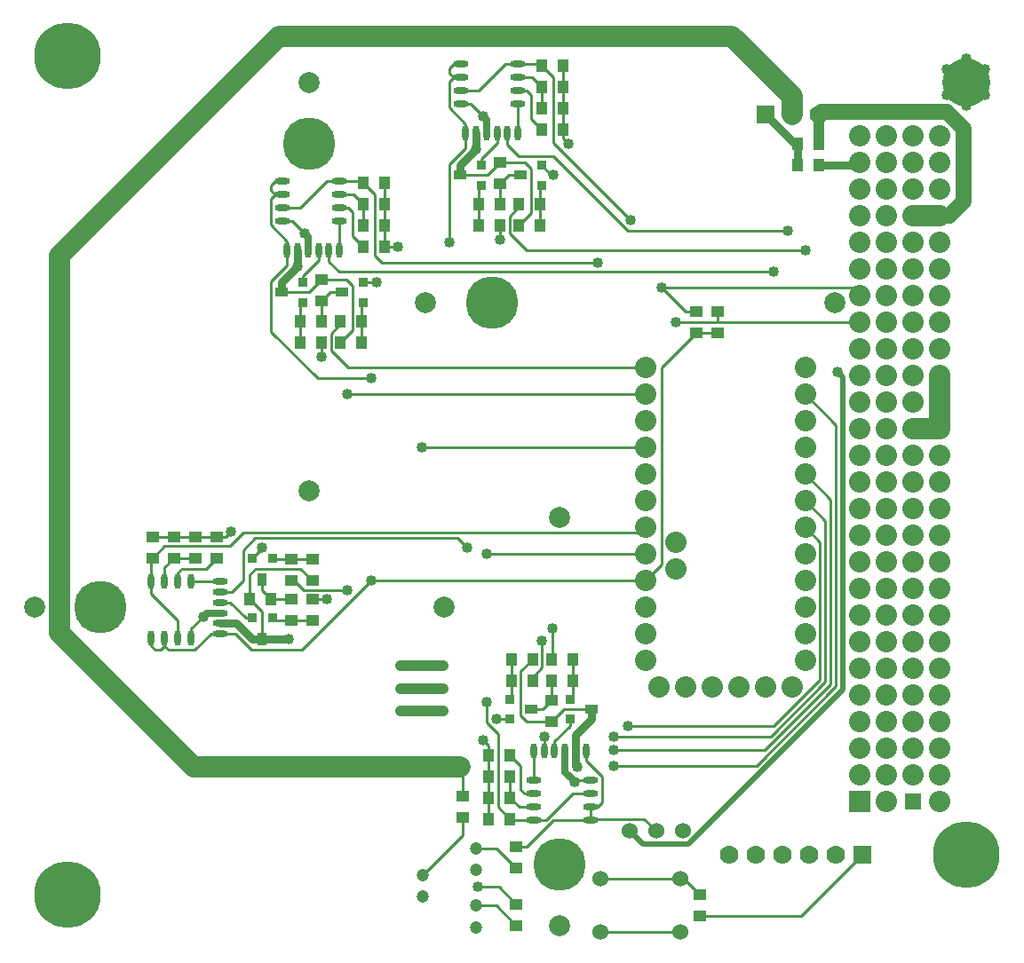
<source format=gtl>
G04 Layer_Physical_Order=1*
G04 Layer_Color=255*
%FSLAX25Y25*%
%MOIN*%
G70*
G01*
G75*
%ADD10R,0.05000X0.04000*%
%ADD11R,0.04000X0.05000*%
%ADD12R,0.03600X0.03600*%
%ADD13R,0.05000X0.03600*%
%ADD14O,0.05709X0.02362*%
%ADD15O,0.02362X0.05709*%
%ADD16R,0.03600X0.03600*%
%ADD17R,0.03600X0.05000*%
%ADD18C,0.01000*%
%ADD19C,0.03000*%
%ADD20C,0.02500*%
%ADD21C,0.02000*%
%ADD22C,0.08000*%
%ADD23C,0.04000*%
%ADD24C,0.06000*%
%ADD25C,0.06000*%
%ADD26C,0.07000*%
%ADD27R,0.07000X0.07000*%
%ADD28C,0.04724*%
%ADD29C,0.08000*%
%ADD30R,0.08000X0.08000*%
%ADD31R,0.06000X0.06000*%
%ADD32C,0.19685*%
%ADD33C,0.07874*%
%ADD34C,0.04000*%
%ADD35C,0.25000*%
%ADD36C,0.18000*%
D10*
X168500Y57000D02*
D03*
Y49000D02*
D03*
X188500Y38000D02*
D03*
Y30000D02*
D03*
Y16500D02*
D03*
Y8500D02*
D03*
X264000Y239000D02*
D03*
Y231000D02*
D03*
X256000Y239000D02*
D03*
Y231000D02*
D03*
X257500Y12000D02*
D03*
Y20000D02*
D03*
X201728Y85000D02*
D03*
Y93000D02*
D03*
X112000Y146000D02*
D03*
Y138000D02*
D03*
X104000D02*
D03*
Y146000D02*
D03*
Y131000D02*
D03*
Y123000D02*
D03*
X112000D02*
D03*
Y131000D02*
D03*
X76000Y146500D02*
D03*
Y154500D02*
D03*
X115500Y251000D02*
D03*
Y243000D02*
D03*
X182500Y295000D02*
D03*
Y287000D02*
D03*
X52000Y146500D02*
D03*
Y154500D02*
D03*
X68000Y146500D02*
D03*
Y154500D02*
D03*
X60000Y146500D02*
D03*
Y154500D02*
D03*
D11*
X302000Y294000D02*
D03*
X294000D02*
D03*
X302000Y302000D02*
D03*
X294000D02*
D03*
X186728Y108500D02*
D03*
X194728D02*
D03*
Y100500D02*
D03*
X186728D02*
D03*
X209728Y108500D02*
D03*
X201728D02*
D03*
Y100500D02*
D03*
X209728D02*
D03*
X186228Y72500D02*
D03*
X178228D02*
D03*
X88500Y131000D02*
D03*
X96500D02*
D03*
X130500Y227500D02*
D03*
X122500D02*
D03*
Y235500D02*
D03*
X130500D02*
D03*
X115500D02*
D03*
X107500D02*
D03*
Y227500D02*
D03*
X115500D02*
D03*
X131000Y263500D02*
D03*
X139000D02*
D03*
X197500Y271500D02*
D03*
X189500D02*
D03*
Y279500D02*
D03*
X197500D02*
D03*
X182500D02*
D03*
X174500D02*
D03*
Y271500D02*
D03*
X182500D02*
D03*
X198000Y307500D02*
D03*
X206000D02*
D03*
X186228Y64500D02*
D03*
X178228D02*
D03*
X186228Y56500D02*
D03*
X178228D02*
D03*
X186228Y48500D02*
D03*
X178228D02*
D03*
X131000Y287500D02*
D03*
X139000D02*
D03*
X131000Y271500D02*
D03*
X139000D02*
D03*
X131000Y279500D02*
D03*
X139000D02*
D03*
X198000Y331500D02*
D03*
X206000D02*
D03*
X198000Y315500D02*
D03*
X206000D02*
D03*
X198000Y323500D02*
D03*
X206000D02*
D03*
D12*
X186228Y93500D02*
D03*
Y86000D02*
D03*
X208728Y93500D02*
D03*
Y86000D02*
D03*
X108500Y242500D02*
D03*
Y250000D02*
D03*
X131000Y242500D02*
D03*
Y250000D02*
D03*
X175500Y286500D02*
D03*
Y294000D02*
D03*
X198000Y286500D02*
D03*
Y294000D02*
D03*
D13*
X194228Y89700D02*
D03*
X216728D02*
D03*
X100500Y246300D02*
D03*
X123000D02*
D03*
X167500Y290300D02*
D03*
X190000D02*
D03*
D14*
X216457Y48000D02*
D03*
Y53000D02*
D03*
Y58000D02*
D03*
Y63000D02*
D03*
X195000Y48000D02*
D03*
Y53000D02*
D03*
Y58000D02*
D03*
Y63000D02*
D03*
X77500Y137685D02*
D03*
Y133748D02*
D03*
Y129811D02*
D03*
Y125874D02*
D03*
Y121937D02*
D03*
Y118000D02*
D03*
X100772Y288000D02*
D03*
Y283000D02*
D03*
Y278000D02*
D03*
Y273000D02*
D03*
X122228Y288000D02*
D03*
Y283000D02*
D03*
Y278000D02*
D03*
Y273000D02*
D03*
X167772Y332000D02*
D03*
Y327000D02*
D03*
Y322000D02*
D03*
Y317000D02*
D03*
X189228Y332000D02*
D03*
Y327000D02*
D03*
Y322000D02*
D03*
Y317000D02*
D03*
D15*
X195043Y74000D02*
D03*
X198980D02*
D03*
X202917D02*
D03*
X206854D02*
D03*
X210791D02*
D03*
X214728D02*
D03*
X51500Y116272D02*
D03*
X56500D02*
D03*
X61500D02*
D03*
X66500D02*
D03*
X51500Y137728D02*
D03*
X56500D02*
D03*
X61500D02*
D03*
X66500D02*
D03*
X122185Y262000D02*
D03*
X118248D02*
D03*
X114311D02*
D03*
X110374D02*
D03*
X106437D02*
D03*
X102500D02*
D03*
X189185Y306000D02*
D03*
X185248D02*
D03*
X181311D02*
D03*
X177374D02*
D03*
X173437D02*
D03*
X169500D02*
D03*
D16*
X97000Y124000D02*
D03*
X89500D02*
D03*
X97000Y146500D02*
D03*
X89500D02*
D03*
D17*
X93200Y116000D02*
D03*
Y138500D02*
D03*
D18*
X186728Y94000D02*
Y100500D01*
X186228Y93500D02*
X186728Y94000D01*
X194228Y89700D02*
X198428D01*
X201728Y93000D01*
Y100500D01*
X209728D02*
Y108500D01*
Y94500D02*
Y100500D01*
X208728Y93500D02*
X209728Y94500D01*
X201728Y85000D02*
X206428Y89700D01*
X216728D01*
X208728Y83500D02*
Y86000D01*
X202917Y77689D02*
X208728Y83500D01*
X202917Y74000D02*
Y77689D01*
X195000Y63000D02*
Y73957D01*
X209728Y58000D02*
X216457D01*
X199728Y48000D02*
X209728Y58000D01*
X186228Y48500D02*
X186728Y48000D01*
X195000D01*
X199728D01*
X214728Y70500D02*
X220811Y64417D01*
X214728Y70500D02*
Y74000D01*
X220811Y54583D02*
Y64417D01*
X219228Y53000D02*
X220811Y54583D01*
X189728Y53000D02*
X195000D01*
X186228Y56500D02*
X189728Y53000D01*
X186228Y56500D02*
Y64500D01*
X191728Y58000D02*
X195000D01*
X190228Y59500D02*
X191728Y58000D01*
X190228Y59500D02*
Y68500D01*
X186228Y72500D02*
X190228Y68500D01*
X178228Y64500D02*
Y72500D01*
Y56500D02*
Y64500D01*
Y48500D02*
Y56500D01*
X216457Y53000D02*
X219228D01*
X198980Y74000D02*
X199000Y79500D01*
X181228Y86000D02*
X186228D01*
X181728Y53000D02*
X186228Y48500D01*
X178228Y72500D02*
Y76000D01*
X176228Y78000D02*
X178228Y76000D01*
X194728Y100500D02*
Y101728D01*
X192507Y85000D02*
X201728D01*
X190228Y87279D02*
X192507Y85000D01*
X190228Y87279D02*
Y104000D01*
X194728Y108500D01*
X56500Y113500D02*
Y116272D01*
X55000Y112000D02*
X56500Y113500D01*
X51500D02*
Y116272D01*
X53000Y112000D02*
X55000D01*
X51500Y113500D02*
X53000Y112000D01*
X74000Y118000D02*
X77500D01*
X67917Y111917D02*
X74000Y118000D01*
X58083Y111917D02*
X67917D01*
X56500Y113500D02*
X58083Y111917D01*
X51500Y133000D02*
X61500Y123000D01*
Y116272D02*
Y123000D01*
X51500Y133000D02*
Y137728D01*
X66500Y116272D02*
Y120000D01*
X51500Y137728D02*
Y146000D01*
X56500Y143000D02*
X60000Y146500D01*
X56500Y137728D02*
Y143000D01*
X72000Y142500D02*
X76000Y146500D01*
X63000Y142500D02*
X72000D01*
X61500Y141000D02*
X63000Y142500D01*
X61500Y137728D02*
Y141000D01*
X66500Y137728D02*
X77457D01*
X104000Y146000D02*
X112000D01*
X90779Y142500D02*
X107500D01*
X112000Y138000D01*
X88500Y140221D02*
X90779Y142500D01*
X88500Y131000D02*
Y140221D01*
X56500Y151000D02*
X81000D01*
X52000Y146500D02*
X56500Y151000D01*
X51500Y146000D02*
X52000Y146500D01*
Y154500D02*
X60000D01*
X104000Y138000D02*
X105228D01*
X97500Y146000D02*
X104000D01*
X97000Y146500D02*
X97500Y146000D01*
X96500Y131000D02*
X104000D01*
Y123000D02*
X112000D01*
X98000D02*
X104000D01*
X97000Y124000D02*
X98000Y123000D01*
X60000Y146500D02*
X68000D01*
Y154500D02*
X76000D01*
X60000D02*
X68000D01*
X88500Y131000D02*
X93200Y126300D01*
Y134300D02*
X96500Y131000D01*
X93200Y134300D02*
Y138500D01*
X87000Y124000D02*
X89500D01*
X81189Y129811D02*
X87000Y124000D01*
X77500Y129811D02*
X81189D01*
X81748Y133748D02*
X86000Y138000D01*
X77500Y133748D02*
X81748D01*
X77500Y118000D02*
X83257D01*
X89257Y112000D01*
X112000Y131000D02*
X117500D01*
X79500Y154500D02*
X81500Y156500D01*
X76000Y154500D02*
X79500D01*
X165000Y327000D02*
X167772D01*
X163500Y328500D02*
Y330500D01*
X165000Y332000D02*
X167772D01*
X163500Y330500D02*
X165000Y332000D01*
X163500Y328500D02*
X165000Y327000D01*
X169500Y306000D02*
Y309500D01*
X163417Y315583D02*
X169500Y309500D01*
X163417Y315583D02*
Y325417D01*
X165000Y327000D01*
X174500Y322000D02*
X184500Y332000D01*
X167772Y322000D02*
X174500D01*
X184500Y332000D02*
X189228D01*
X171500Y317000D02*
X177374Y311126D01*
X167772Y317000D02*
X171500D01*
X189228Y332000D02*
X197500D01*
X194500Y327000D02*
X198000Y323500D01*
X189228Y327000D02*
X194500D01*
X194000Y311500D02*
X198000Y307500D01*
X194000Y311500D02*
Y320500D01*
X192500Y322000D02*
X194000Y320500D01*
X189228Y322000D02*
X192500D01*
X189228Y306043D02*
Y317000D01*
X197500Y271500D02*
Y279500D01*
X194000Y276000D02*
Y292721D01*
X189500Y271500D02*
X194000Y276000D01*
X191721Y295000D02*
X194000Y292721D01*
X182500Y295000D02*
X191721D01*
X198000Y331500D02*
X202500Y327000D01*
X197500Y332000D02*
X198000Y331500D01*
X206000Y323500D02*
Y331500D01*
X186000Y274772D02*
X189500Y278272D01*
Y279500D01*
X197500D02*
Y286000D01*
X198000Y286500D01*
X182500Y279500D02*
Y287000D01*
X174500Y271500D02*
Y279500D01*
Y285500D01*
X175500Y286500D01*
X198000Y315500D02*
Y323500D01*
X206000Y307500D02*
Y315500D01*
Y323500D01*
X177800Y290300D02*
X182500Y295000D01*
Y287000D02*
X185800Y290300D01*
X190000D01*
X175500Y294000D02*
Y296500D01*
X181311Y302311D01*
Y306000D01*
X189500Y297500D02*
X202550D01*
X185248Y301752D02*
X189500Y297500D01*
X185248Y301752D02*
Y306000D01*
X182500Y266000D02*
Y271500D01*
X206000Y304000D02*
X208000Y302000D01*
X206000Y304000D02*
Y307500D01*
X98000Y283000D02*
X100772D01*
X96500Y284500D02*
X98000Y283000D01*
Y288000D02*
X100772D01*
X96500Y284500D02*
Y286500D01*
X98000Y288000D01*
X102500Y262000D02*
Y265500D01*
X96417Y271583D02*
X102500Y265500D01*
X96417Y271583D02*
Y281417D01*
X98000Y283000D01*
X107500Y278000D02*
X117500Y288000D01*
X100772Y278000D02*
X107500D01*
X117500Y288000D02*
X122228D01*
X104500Y273000D02*
X110374Y267126D01*
X100772Y273000D02*
X104500D01*
X122228Y288000D02*
X130500D01*
X127500Y283000D02*
X131000Y279500D01*
X122228Y283000D02*
X127500D01*
X127000Y267500D02*
X131000Y263500D01*
X127000Y267500D02*
Y276500D01*
X125500Y278000D02*
X127000Y276500D01*
X122228Y278000D02*
X125500D01*
X122228Y262043D02*
Y273000D01*
X130500Y227500D02*
Y235500D01*
X122500Y227500D02*
X127000Y232000D01*
X131000Y287500D02*
X135500Y283000D01*
X130500Y288000D02*
X131000Y287500D01*
X139000Y279500D02*
Y287500D01*
X119000Y224379D02*
Y230772D01*
X122500Y234272D01*
Y235500D01*
X130500D02*
Y242000D01*
X131000Y242500D01*
X115500Y235500D02*
Y243000D01*
X107500Y227500D02*
Y235500D01*
Y241500D01*
X108500Y242500D01*
X131000Y271500D02*
Y279500D01*
X139000Y263500D02*
Y271500D01*
Y279500D01*
X110800Y246300D02*
X115500Y251000D01*
X100500Y246300D02*
X110800D01*
X115500Y243000D02*
X118800Y246300D01*
X123000D01*
X108500Y250000D02*
Y252500D01*
X114311Y258311D01*
Y262000D01*
X131000Y250000D02*
X136000D01*
X118248Y257752D02*
Y262000D01*
X102500Y256243D02*
Y262000D01*
X96500Y250243D02*
X102500Y256243D01*
X115500Y222000D02*
Y227500D01*
X194728Y101728D02*
X198228Y105228D01*
X201728Y108500D02*
X202000Y108772D01*
X220000Y6000D02*
X250000D01*
X167500Y290300D02*
X177800D01*
X198228Y105228D02*
Y115500D01*
X202000Y108772D02*
Y120000D01*
X186728Y100500D02*
Y108500D01*
X89500Y146500D02*
X93109Y150109D01*
Y150451D01*
X86000Y138000D02*
Y149500D01*
X90500Y154000D01*
X81000Y151000D02*
X86000Y156000D01*
X235000D01*
X237000Y158000D01*
X202500Y302500D02*
Y327000D01*
X186000Y268379D02*
Y274772D01*
X163500Y265000D02*
Y294243D01*
X169500Y300243D02*
Y306000D01*
X163500Y294243D02*
X169500Y300243D01*
X93200Y116000D02*
Y126300D01*
X210000Y63000D02*
X216457D01*
X119000Y224379D02*
X125379Y218000D01*
X237000D01*
X186000Y268379D02*
X192379Y262000D01*
X125000Y208000D02*
X237000D01*
X105228Y138000D02*
X108728Y134500D01*
X125000D01*
X90500Y154000D02*
X166500D01*
X170000Y150500D01*
X216457Y48500D02*
Y53000D01*
X236500Y48500D02*
X241000Y44000D01*
X139000Y263500D02*
X144000D01*
X135500Y260000D02*
Y283000D01*
Y260000D02*
X138000Y257500D01*
X219000D01*
X127000Y232000D02*
Y248721D01*
X115500Y251000D02*
X124721D01*
X127000Y248721D01*
X192500Y262000D02*
X297000D01*
X118248Y257752D02*
X122000Y254000D01*
X285000D01*
X177500Y148000D02*
X237000D01*
X181728Y53000D02*
Y80550D01*
X177500Y84779D02*
X181728Y80550D01*
X177500Y84779D02*
Y92500D01*
X89257Y112000D02*
X108000D01*
X134000Y138000D01*
X237000D01*
X314500Y248000D02*
X317500Y245000D01*
X243000Y248000D02*
X314500D01*
X264000Y235000D02*
Y239000D01*
X248500Y235000D02*
X264000D01*
X317500D01*
X252000Y239000D02*
X256000D01*
X243000Y248000D02*
X252000Y239000D01*
X237000Y138000D02*
X243000Y144000D01*
Y218000D01*
X256000Y231000D01*
X264000D01*
X168500Y42500D02*
Y49000D01*
X153500Y27500D02*
X168500Y42500D01*
Y57000D02*
Y67000D01*
X167500Y68000D02*
X168500Y67000D01*
X173500Y37500D02*
X181000D01*
X188500Y30000D01*
X202557Y48000D02*
X216457D01*
X192557Y38000D02*
X202557Y48000D01*
X188500Y38000D02*
X192557D01*
X216457Y48500D02*
X236500D01*
X173500Y16000D02*
X181000D01*
X188500Y8500D01*
X250000Y26000D02*
X251500D01*
X257500Y20000D01*
Y12000D02*
X295500D01*
X318500Y35000D01*
X153000Y188000D02*
X237000D01*
X182000Y23000D02*
X188500Y16500D01*
X174000Y23000D02*
X182000D01*
X220000Y26000D02*
X250000D01*
X66500Y120000D02*
X71000Y124500D01*
X297000Y158000D02*
X302500Y152500D01*
X297000Y168000D02*
X304500Y160500D01*
X297000Y178000D02*
X306500Y168500D01*
X297000Y208000D02*
X308500Y196500D01*
X230500Y83500D02*
X285278D01*
X302500Y100722D01*
Y152500D01*
X225000Y79500D02*
X284107D01*
X304500Y99893D01*
Y160500D01*
X225000Y74500D02*
X281935D01*
X306500Y99065D01*
Y168500D01*
X225000Y68500D02*
X278763D01*
X308500Y98237D01*
Y196500D01*
X230550Y269500D02*
X290500D01*
X202500Y302500D02*
X231500Y273500D01*
X198000Y294000D02*
X201500Y290500D01*
X202500D01*
X202550Y297500D02*
X230550Y269500D01*
X96500Y231500D02*
Y250243D01*
Y231500D02*
X114000Y214000D01*
X134000D01*
D19*
X216728Y86000D02*
Y89700D01*
X210791Y80063D02*
X216728Y86000D01*
X210791Y74000D02*
Y80063D01*
X89500Y116000D02*
X93200D01*
X83563Y121937D02*
X89500Y116000D01*
X77500Y121937D02*
X83563D01*
X167500Y290300D02*
Y294000D01*
X173437Y299937D01*
Y306000D01*
X100500Y246300D02*
Y250000D01*
X106437Y255937D01*
Y262000D01*
X93200Y116000D02*
X103000D01*
X210791Y68709D02*
Y74000D01*
Y68709D02*
X211500Y68000D01*
X282000Y313000D02*
X293000Y302000D01*
X294000Y294000D02*
Y301000D01*
X293000Y302000D02*
X294000D01*
X302000Y294000D02*
X316500D01*
X317500Y295000D01*
D20*
X177374Y306000D02*
Y311126D01*
X110374Y262000D02*
Y267126D01*
X206854Y66146D02*
Y74000D01*
Y66146D02*
X210000Y63000D01*
X72374Y125874D02*
X77500D01*
X71000Y124500D02*
X72374Y125874D01*
D21*
X231000Y43929D02*
Y44000D01*
X236000Y39000D01*
X309000Y216500D02*
X311000Y214500D01*
Y96929D02*
Y214500D01*
X236000Y39000D02*
X253071D01*
X311000Y96929D01*
D22*
X337500Y195000D02*
X347500D01*
X17000Y118500D02*
X67500Y68000D01*
X347500Y195000D02*
Y205000D01*
Y215000D01*
X337500Y275000D02*
X347500D01*
X67500Y68000D02*
X103000D01*
X167500D01*
X17000Y118500D02*
Y260000D01*
X99500Y342500D01*
X269500D01*
X292000Y320000D01*
Y313000D02*
Y320000D01*
D23*
X302000Y302000D02*
Y313000D01*
X145000Y106000D02*
X161000D01*
X145000Y97500D02*
X161000D01*
X145000Y89000D02*
X161000D01*
D24*
X351000Y275000D02*
X356500Y280500D01*
Y307600D01*
X303000Y314000D02*
X350100D01*
X356500Y307600D01*
X347500Y275000D02*
X351000D01*
D25*
X251000Y44000D02*
D03*
X241000D02*
D03*
X231000D02*
D03*
X220000Y6000D02*
D03*
X250000D02*
D03*
X220000Y26000D02*
D03*
X250000D02*
D03*
D26*
X302000Y313000D02*
D03*
X292000Y313000D02*
D03*
X268500Y35000D02*
D03*
X278500Y35000D02*
D03*
X288500Y35000D02*
D03*
X308500Y35000D02*
D03*
X298500Y35000D02*
D03*
D27*
X282000Y313000D02*
D03*
X318500Y35000D02*
D03*
D28*
X173500Y16000D02*
D03*
Y7732D02*
D03*
Y37500D02*
D03*
Y29232D02*
D03*
X153500Y27500D02*
D03*
Y19232D02*
D03*
D29*
X297000Y108000D02*
D03*
Y118000D02*
D03*
Y128000D02*
D03*
Y138000D02*
D03*
Y148000D02*
D03*
Y158000D02*
D03*
Y168000D02*
D03*
Y178000D02*
D03*
Y188000D02*
D03*
Y198000D02*
D03*
Y208000D02*
D03*
Y218000D02*
D03*
X237000Y108000D02*
D03*
Y118000D02*
D03*
Y128000D02*
D03*
Y138000D02*
D03*
Y148000D02*
D03*
Y158000D02*
D03*
Y168000D02*
D03*
Y178000D02*
D03*
Y188000D02*
D03*
Y198000D02*
D03*
Y208000D02*
D03*
Y218000D02*
D03*
X248500Y142500D02*
D03*
Y152500D02*
D03*
X292000Y98000D02*
D03*
X282000D02*
D03*
X272000D02*
D03*
X262000D02*
D03*
X252000D02*
D03*
X242000D02*
D03*
X317500Y305000D02*
D03*
X327500D02*
D03*
Y295000D02*
D03*
X317500D02*
D03*
X327500Y285000D02*
D03*
X317500D02*
D03*
X327500Y275000D02*
D03*
X317500D02*
D03*
X327500Y265000D02*
D03*
X317500D02*
D03*
X327500Y255000D02*
D03*
X317500D02*
D03*
X327500Y245000D02*
D03*
X317500D02*
D03*
X327500Y235000D02*
D03*
X317500D02*
D03*
X327500Y225000D02*
D03*
X317500D02*
D03*
X327500Y215000D02*
D03*
X317500D02*
D03*
X327500Y205000D02*
D03*
X317500D02*
D03*
X327500Y195000D02*
D03*
X317500D02*
D03*
X327500Y185000D02*
D03*
X317500D02*
D03*
X327500Y175000D02*
D03*
X317500D02*
D03*
X327500Y165000D02*
D03*
X317500D02*
D03*
X327500Y155000D02*
D03*
X317500D02*
D03*
X327500Y145000D02*
D03*
X317500D02*
D03*
X327500Y135000D02*
D03*
X317500D02*
D03*
X327500Y125000D02*
D03*
X317500D02*
D03*
X327500Y115000D02*
D03*
X317500D02*
D03*
X327500Y105000D02*
D03*
X317500D02*
D03*
X327500Y95000D02*
D03*
X317500D02*
D03*
X327500Y85000D02*
D03*
X317500D02*
D03*
X327500Y75000D02*
D03*
X317500D02*
D03*
X327500Y65000D02*
D03*
X317500D02*
D03*
X327500Y55000D02*
D03*
X337500Y305000D02*
D03*
X347500D02*
D03*
Y295000D02*
D03*
X337500D02*
D03*
X347500Y285000D02*
D03*
X337500D02*
D03*
X347500Y275000D02*
D03*
X337500D02*
D03*
X347500Y265000D02*
D03*
X337500D02*
D03*
X347500Y255000D02*
D03*
X337500D02*
D03*
X347500Y245000D02*
D03*
X337500D02*
D03*
X347500Y235000D02*
D03*
X337500D02*
D03*
X347500Y225000D02*
D03*
X337500D02*
D03*
X347500Y215000D02*
D03*
X337500D02*
D03*
X347500Y205000D02*
D03*
X337500D02*
D03*
X347500Y195000D02*
D03*
X337500D02*
D03*
X347500Y185000D02*
D03*
X337500D02*
D03*
X347500Y175000D02*
D03*
X337500D02*
D03*
X347500Y165000D02*
D03*
X337500D02*
D03*
X347500Y155000D02*
D03*
X337500D02*
D03*
X347500Y145000D02*
D03*
X337500D02*
D03*
X347500Y135000D02*
D03*
X337500D02*
D03*
X347500Y125000D02*
D03*
X337500D02*
D03*
X347500Y115000D02*
D03*
X337500D02*
D03*
X347500Y105000D02*
D03*
X337500D02*
D03*
X347500Y95000D02*
D03*
X337500D02*
D03*
X347500Y85000D02*
D03*
X337500D02*
D03*
X347500Y75000D02*
D03*
X337500D02*
D03*
X347500Y65000D02*
D03*
X337500D02*
D03*
X347500Y55000D02*
D03*
D30*
X317500D02*
D03*
D31*
X337500D02*
D03*
D32*
X204842Y31496D02*
D03*
X179500Y242284D02*
D03*
X110827Y302000D02*
D03*
X32500Y127953D02*
D03*
D33*
X161417Y127953D02*
D03*
X7874D02*
D03*
X110827Y171653D02*
D03*
Y325197D02*
D03*
X154606Y242284D02*
D03*
X308150D02*
D03*
X204842Y161772D02*
D03*
Y8228D02*
D03*
D34*
X20000Y344400D02*
D03*
Y325400D02*
D03*
X28000Y339900D02*
D03*
Y329900D02*
D03*
X12000Y339900D02*
D03*
Y329900D02*
D03*
X20000Y29500D02*
D03*
Y10500D02*
D03*
X28000Y25000D02*
D03*
Y15000D02*
D03*
X12000Y25000D02*
D03*
Y15000D02*
D03*
X357500Y44500D02*
D03*
Y25500D02*
D03*
X365500Y40000D02*
D03*
Y30000D02*
D03*
X349500Y40000D02*
D03*
Y30000D02*
D03*
X181228Y86000D02*
D03*
X176228Y78000D02*
D03*
X71000Y124500D02*
D03*
X117500Y131000D02*
D03*
X81500Y156500D02*
D03*
X176000Y312500D02*
D03*
X182500Y266000D02*
D03*
X208000Y302000D02*
D03*
X109000Y268500D02*
D03*
X136000Y250000D02*
D03*
X115500Y222000D02*
D03*
X199000Y79500D02*
D03*
X198228Y115500D02*
D03*
X202000Y120000D02*
D03*
X225000Y79500D02*
D03*
X230500Y83500D02*
D03*
X93109Y150451D02*
D03*
X173437Y299937D02*
D03*
X171500Y342500D02*
D03*
X106500Y256000D02*
D03*
X98484Y342484D02*
D03*
X103000Y116000D02*
D03*
X210500Y62500D02*
D03*
X211500Y68000D02*
D03*
X167500D02*
D03*
X103000D02*
D03*
X297000Y262000D02*
D03*
X125000Y208000D02*
D03*
Y134500D02*
D03*
X225000Y74500D02*
D03*
X170000Y150500D02*
D03*
X290500Y269500D02*
D03*
X144000Y263500D02*
D03*
X219000Y257500D02*
D03*
X285000Y254000D02*
D03*
X177500Y148000D02*
D03*
Y92500D02*
D03*
X134000Y138000D02*
D03*
Y214000D02*
D03*
X163500Y265000D02*
D03*
X309000Y216500D02*
D03*
X248500Y235000D02*
D03*
X243000Y248000D02*
D03*
X153000Y188000D02*
D03*
X174000Y23000D02*
D03*
X225000Y68500D02*
D03*
X231500Y273500D02*
D03*
X202500Y290500D02*
D03*
X161000Y106000D02*
D03*
X145000D02*
D03*
Y97500D02*
D03*
X161000D02*
D03*
X145000Y89000D02*
D03*
X161000D02*
D03*
X350000Y330000D02*
D03*
Y320500D02*
D03*
X364500Y330000D02*
D03*
Y320500D02*
D03*
X357500Y334000D02*
D03*
Y316400D02*
D03*
D35*
Y35000D02*
D03*
X20000Y20000D02*
D03*
Y335000D02*
D03*
D36*
X357500Y325000D02*
D03*
M02*

</source>
